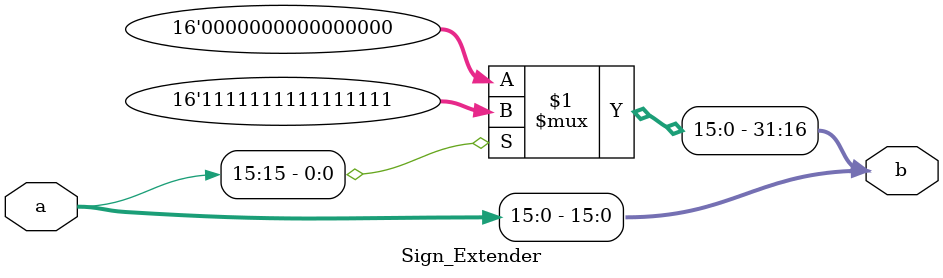
<source format=v>
`timescale 1ns / 1ps
module Sign_Extender(
input [15:0] a , 
output [31:0] b
    );
	  assign b = { a[15]? 16'hffff:16'h0 , a};


endmodule

</source>
